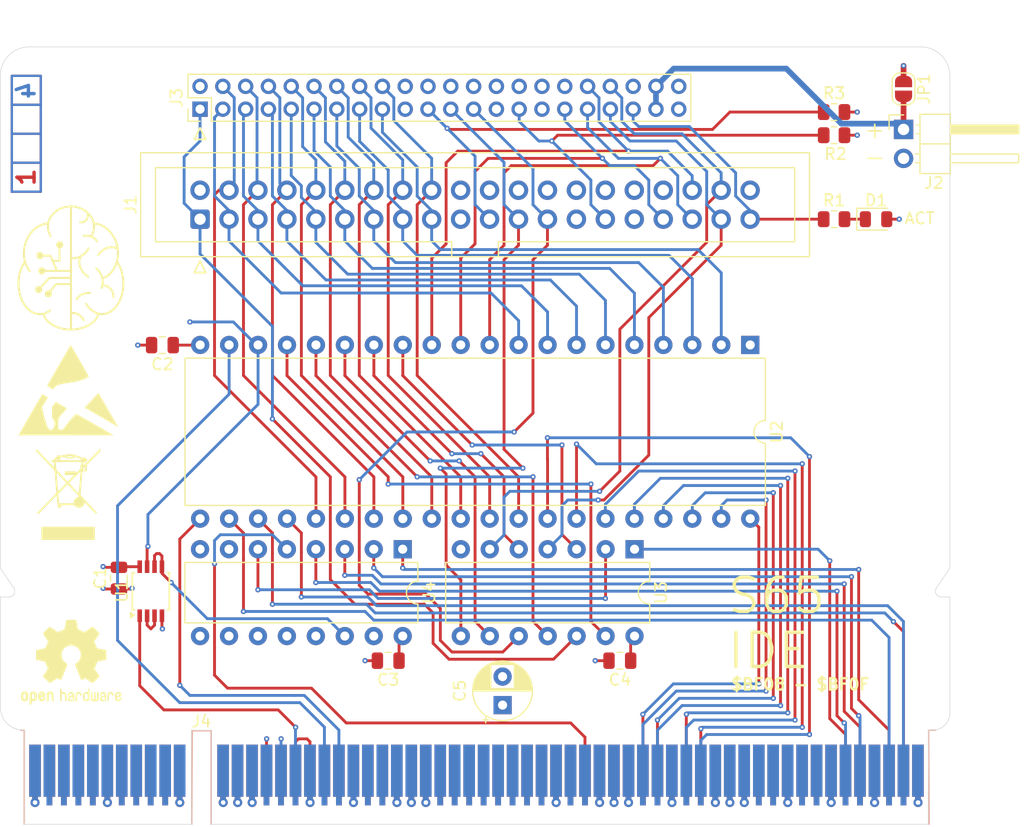
<source format=kicad_pcb>
(kicad_pcb (version 20240108) (generator "pcbnew") (generator_version "8.0")
  (layers (0 "F.Cu" signal) (1 "In1.Cu" power) (2 "In2.Cu" power) (31 "B.Cu" signal) (34 "B.Paste" user) (35 "F.Paste" user) (36 "B.SilkS" user "B.Silkscreen") (37 "F.SilkS" user "F.Silkscreen") (38 "B.Mask" user) (39 "F.Mask" user) (44 "Edge.Cuts" user))
  (net 0 "")
  (net 1 "+5V")
  (net 2 "GND")
  (net 3 "Net-(U1-Pad5)")
  (net 4 "/PB0")
  (net 5 "/DA2")
  (net 6 "/PA6")
  (net 7 "/DIOW")
  (net 8 "/PB5")
  (net 9 "/PA4")
  (net 10 "/PA7")
  (net 11 "/PA5")
  (net 12 "/PB6")
  (net 13 "unconnected-(U1-Pad7)")
  (net 14 "/PA3")
  (net 15 "/DMARQ")
  (net 16 "/DA1")
  (net 17 "/PA1")
  (net 18 "/PB3")
  (net 19 "/DIOR")
  (net 20 "/PB1")
  (net 21 "/DCS0")
  (net 22 "/PA2")
  (net 23 "/PA0")
  (net 24 "/PB2")
  (net 25 "/DCS1")
  (net 26 "/DA0")
  (net 27 "/DRESET")
  (net 28 "/PB7")
  (net 29 "/ACT")
  (net 30 "/DMACK")
  (net 31 "/PB4")
  (net 32 "/IDEVCC")
  (net 33 "/~{RES}")
  (net 34 "/D1")
  (net 35 "/R{slash}~{W}")
  (net 36 "/D7")
  (net 37 "/D6")
  (net 38 "/A2")
  (net 39 "/D5")
  (net 40 "/A3")
  (net 41 "/D4")
  (net 42 "+9V")
  (net 43 "/A6")
  (net 44 "/A0")
  (net 45 "/D0")
  (net 46 "/A1")
  (net 47 "/D2")
  (net 48 "/A5")
  (net 49 "/~{IO}")
  (net 50 "/A7")
  (net 51 "/A4")
  (net 52 "/CLK")
  (net 53 "/D3")
  (net 54 "/PORT_8")
  (footprint "Symbol:ESD-Logo_8.9x8mm_SilkScreen" (layer "F.Cu") (at 118.11 88.9)
    (property "Reference" "REF**" (hide yes))
    (property "Value" "ESD-Logo_8.9x8mm_SilkScreen" (hide yes))
  )
  (footprint "LED_SMD:LED_0805_2012Metric" (layer "F.Cu") (at 188.976 73.914)
    (property "Reference" "D1")
    (property "Value" "LED")
  )
  (footprint "Symbol:OSHW-Logo2_9.8x8mm_SilkScreen" (layer "F.Cu") (at 118.364 112.776)
    (property "Reference" "REF**" (hide yes))
    (property "Value" "OSHW-Logo2_9.8x8mm_SilkScreen" (hide yes))
  )
  (footprint "Package_DIP:DIP-16_W7.62mm" (layer "F.Cu") (at 147.447 102.87 -90)
    (property "Reference" "U4")
    (property "Value" "74HC138")
  )
  (footprint "Resistor_SMD:R_0805_2012Metric" (layer "F.Cu") (at 185.293 66.548)
    (property "Reference" "R2")
    (property "Value" "10k")
  )
  (footprint "Connector_IDC:IDC-Header_2x20_P2.54mm_Vertical" (layer "F.Cu") (at 129.667 73.914 90)
    (property "Reference" "J1")
    (property "Value" "Conn_02x20_Odd_Even")
  )
  (footprint "Jumper:SolderJumper-2_P1.3mm_Open_RoundedPad1.0x1.5mm" (layer "F.Cu") (at 191.389 62.484 -90)
    (property "Reference" "JP1")
    (property "Value" "Jumper_2_Open")
  )
  (footprint "Package_DIP:DIP-40_W15.24mm" (layer "F.Cu") (at 177.937 84.948 -90)
    (property "Reference" "U2")
    (property "Value" "6525")
  )
  (footprint "Resistor_SMD:R_0805_2012Metric" (layer "F.Cu") (at 185.293 64.516)
    (property "Reference" "R3")
    (property "Value" "10k")
  )
  (footprint "Resistor_SMD:R_0805_2012Metric" (layer "F.Cu") (at 185.293 73.914)
    (property "Reference" "R1")
    (property "Value" "330")
  )
  (footprint "Eigene:ladder_4" (layer "F.Cu") (at 114.427 66.421 90)
    (property "Reference" "Ref**" (hide yes))
    (property "Value" "Val**" (hide yes))
  )
  (footprint "Connector_PinHeader_2.00mm:PinHeader_2x22_P2.00mm_Vertical" (layer "F.Cu") (at 129.667 64.262 90)
    (property "Reference" "J3")
    (property "Value" "Conn_02x22_Odd_Even")
  )
  (footprint "Capacitor_THT:CP_Radial_D5.0mm_P2.50mm" (layer "F.Cu") (at 156.21 116.546 90)
    (property "Reference" "C5")
    (property "Value" "10µ")
  )
  (footprint "Capacitor_SMD:C_0805_2012Metric" (layer "F.Cu") (at 122.555 105.41 -90)
    (property "Reference" "C1")
    (property "Value" "100n")
  )
  (footprint "Package_SO:TSSOP-8_3x3mm_P0.65mm" (layer "F.Cu") (at 125.349 106.553 90)
    (property "Reference" "U1")
    (property "Value" "74AHC2G00")
  )
  (footprint "Package_DIP:DIP-14_W7.62mm" (layer "F.Cu") (at 167.787 102.87 -90)
    (property "Reference" "U3")
    (property "Value" "74HCT04")
  )
  (footprint "Capacitor_SMD:C_0805_2012Metric" (layer "F.Cu") (at 126.365 84.963 180)
    (property "Reference" "C2")
    (property "Value" "100n")
  )
  (footprint "Eigene:logo" (layer "F.Cu") (at 118.364 78.232)
    (property "Reference" "G***" (hide yes))
    (property "Value" "LOGO" (hide yes))
  )
  (footprint "Connector_PinHeader_2.54mm:PinHeader_1x02_P2.54mm_Horizontal" (layer "F.Cu") (at 191.389 66.04)
    (property "Reference" "J2")
    (property "Value" "IDE_VCC")
  )
  (footprint "Symbol:WEEE-Logo_5.6x8mm_SilkScreen" (layer "F.Cu") (at 118.11 98.044)
    (property "Reference" "REF**" (hide yes))
    (property "Value" "WEEE-Logo_5.6x8mm_SilkScreen" (hide yes))
  )
  (footprint "Capacitor_SMD:C_0805_2012Metric" (layer "F.Cu") (at 166.497 112.649 180)
    (property "Reference" "C4")
    (property "Value" "100n")
  )
  (footprint "Capacitor_SMD:C_0805_2012Metric" (layer "F.Cu") (at 146.177 112.649 180)
    (property "Reference" "C3")
    (property "Value" "100n")
  )
  (footprint "Connector_PCBEdge:BUS_PCI" (layer "B.Cu") (at 153.919 123.631 180)
    (property "Reference" "J4")
    (property "Value" "Bus_PCI_6502")
  )
  (gr_line (start 129.667 65.913) (end 130.167 66.913) (stroke (width 0.15)) (layer "F.SilkS"))
  (gr_line (start 129.167 66.913) (end 129.667 65.913) (stroke (width 0.15)) (layer "F.SilkS"))
  (gr_line (start 129.167 78.594) (end 129.667 77.594) (stroke (width 0.15)) (layer "F.SilkS"))
  (gr_line (start 129.667 77.594) (end 130.167 78.594) (stroke (width 0.15)) (layer "F.SilkS"))
  (gr_line (start 129.167 66.913) (end 130.167 66.913) (stroke (width 0.15)) (layer "F.SilkS"))
  (gr_line (start 129.167 78.594) (end 130.167 78.594) (stroke (width 0.15)) (layer "F.SilkS"))
  (gr_line (start 112.141 104.521) (end 113.357369 106.325815) (stroke (width 0.05)) (layer "Edge.Cuts"))
  (gr_arc (start 192.913 58.801) (mid 194.7091 59.544928) (end 195.453 61.341) (stroke (width 0.05)) (layer "Edge.Cuts"))
  (gr_line (start 195.453 107.061) (end 194.691 107.061) (stroke (width 0.05)) (layer "Edge.Cuts"))
  (gr_line (start 112.141 104.521) (end 112.141 61.341) (stroke (width 0.05)) (layer "Edge.Cuts"))
  (gr_line (start 194.236631 106.325815) (end 195.453 104.521) (stroke (width 0.05)) (layer "Edge.Cuts"))
  (gr_line (start 195.453 104.521) (end 195.453 61.341) (stroke (width 0.05)) (layer "Edge.Cuts"))
  (gr_arc (start 113.357369 106.325815) (mid 113.335131 106.820071) (end 112.903 107.061) (stroke (width 0.05)) (layer "Edge.Cuts"))
  (gr_line (start 112.903 107.061) (end 112.141 107.061) (stroke (width 0.05)) (layer "Edge.Cuts"))
  (gr_line (start 130.683 118.745) (end 130.683 127) (stroke (width 0.05)) (layer "Edge.Cuts"))
  (gr_line (start 193.548 127) (end 193.548 118.745) (stroke (width 0.05)) (layer "Edge.Cuts"))
  (gr_line (start 130.683 127) (end 193.548 127) (stroke (width 0.05)) (layer "Edge.Cuts"))
  (gr_arc (start 195.453 117.221) (mid 195.006645 118.298645) (end 193.929 118.745) (stroke (width 0.05)) (layer "Edge.Cuts"))
  (gr_arc (start 194.691 107.061) (mid 194.258941 106.820064) (end 194.236631 106.325815) (stroke (width 0.05)) (layer "Edge.Cuts"))
  (gr_line (start 114.681 58.801) (end 192.913 58.801) (stroke (width 0.05)) (layer "Edge.Cuts"))
  (gr_line (start 114.3 118.745) (end 114.3 127) (stroke (width 0.05)) (layer "Edge.Cuts"))
  (gr_line (start 114.3 127) (end 128.905 127) (stroke (width 0.05)) (layer "Edge.Cuts"))
  (gr_arc (start 112.141 61.341) (mid 112.884949 59.544949) (end 114.681 58.801) (stroke (width 0.05)) (layer "Edge.Cuts"))
  (gr_arc (start 114.173 118.745) (mid 112.736158 118.149841) (end 112.141 116.713) (stroke (width 0.05)) (layer "Edge.Cuts"))
  (gr_line (start 128.905 127) (end 128.905 118.745) (stroke (width 0.05)) (layer "Edge.Cuts"))
  (gr_line (start 114.173 118.745) (end 114.3 118.745) (stroke (width 0.05)) (layer "Edge.Cuts"))
  (gr_line (start 195.453 107.061) (end 195.453 117.221) (stroke (width 0.05)) (layer "Edge.Cuts"))
  (gr_line (start 112.141 116.713) (end 112.141 107.061) (stroke (width 0.05)) (layer "Edge.Cuts"))
  (gr_line (start 128.905 118.745) (end 130.683 118.745) (stroke (width 0.05)) (layer "Edge.Cuts"))
  (gr_line (start 193.548 118.745) (end 193.929 118.745) (stroke (width 0.05)) (layer "Edge.Cuts"))
  (gr_text "S65\nIDE" (at 175.768 113.538 0) (layer "F.SilkS") (effects (font (size 3 3) (thickness 0.3)) (justify left bottom)))
  (gr_text "ACT" (at 191.389 74.422 0) (layer "F.SilkS") (effects (font (size 1 1)) (justify left bottom)))
  (gr_text "+\n-" (at 187.833 69.342 0) (layer "F.SilkS") (effects (font (size 1.5 1.5)) (justify left bottom)))
  (gr_text "$BF08 - $BF0F" (at 176.149 115.316 0) (layer "F.SilkS") (effects (font (size 1 1) (thickness 0.2) (bold yes)) (justify left bottom)))
  (segment (start 142.367 87.63) (end 142.377 87.62) (width 0.25) (layer "F.Cu") (net 0))
  (segment (start 163.957 97.155) (end 163.957 109.2) (width 0.25) (layer "F.Cu") (net 0))
  (segment (start 158.877 96.52) (end 158.877 109.2) (width 0.25) (layer "F.Cu") (net 0))
  (segment (start 142.377 87.62) (end 142.377 84.948) (width 0.25) (layer "F.Cu") (net 0))
  (segment (start 156.337 96.52) (end 156.337 101.58) (width 0.25) (layer "F.Cu") (net 0))
  (segment (start 146.177 96.52) (end 137.287 87.63) (width 0.25) (layer "F.Cu") (net 0))
  (segment (start 161.417 101.58) (end 162.707 102.87) (width 0.25) (layer "F.Cu") (net 0))
  (segment (start 156.337 101.58) (end 157.627 102.87) (width 0.25) (layer "F.Cu") (net 0))
  (segment (start 163.957 109.2) (end 165.247 110.49) (width 0.25) (layer "F.Cu") (net 0))
  (segment (start 165.247 107.168) (end 165.227 107.188) (width 0.25) (layer "F.Cu") (net 0))
  (segment (start 134.747 106.426) (end 134.747 102.87) (width 0.25) (layer "F.Cu") (net 0))
  (segment (start 137.287 87.63) (end 137.297 87.62) (width 0.25) (layer "F.Cu") (net 0))
  (segment (start 144.917 87.62) (end 144.917 84.948) (width 0.25) (layer "F.Cu") (net 0))
  (segment (start 147.447 87.63) (end 147.457 87.62) (width 0.25) (layer "F.Cu") (net 0))
  (segment (start 147.457 87.62) (end 147.457 84.948) (width 0.25) (layer "F.Cu") (net 0))
  (segment (start 153.797 96.52) (end 153.797 109.2) (width 0.25) (layer "F.Cu") (net 0))
  (segment (start 153.797 109.2) (end 155.087 110.49) (width 0.25) (layer "F.Cu") (net 0))
  (segment (start 153.543 93.726) (end 147.447 87.63) (width 0.25) (layer "F.Cu") (net 0))
  (segment (start 137.297 87.62) (end 137.297 84.948) (width 0.25) (layer "F.Cu") (net 0))
  (segment (start 139.837 87.62) (end 139.837 84.948) (width 0.25) (layer "F.Cu") (net 0))
  (segment (start 151.765 94.488) (end 144.907 87.63) (width 0.25) (layer "F.Cu") (net 0))
  (segment (start 154.305 94.488) (end 156.337 96.52) (width 0.25) (layer "F.Cu") (net 0))
  (segment (start 148.717 96.52) (end 139.827 87.63) (width 0.25) (layer "F.Cu") (net 0))
  (segment (start 149.86 95.123) (end 142.367 87.63) (width 0.25) (layer "F.Cu") (net 0))
  (segment (start 139.827 87.63) (end 139.837 87.62) (width 0.25) (layer "F.Cu") (net 0))
  (segment (start 161.417 93.726) (end 161.417 101.58) (width 0.25) (layer "F.Cu") (net 0))
  (segment (start 144.907 87.63) (end 144.917 87.62) (width 0.25) (layer "F.Cu") (net 0))
  (segment (start 146.177 97.155) (end 146.177 96.52) (width 0.25) (layer "F.Cu") (net 0))
  (segment (start 186.2055 73.914) (end 188.0385 73.914) (width 0.25) (layer "F.Cu") (net 0))
  (segment (start 158.877 109.2) (end 160.167 110.49) (width 0.25) (layer "F.Cu") (net 0))
  (segment (start 165.247 102.87) (end 165.247 107.168) (width 0.25) (layer "F.Cu") (net 0))
  (segment (start 152.4 95.123) (end 153.797 96.52) (width 0.25) (layer "F.Cu") (net 0))
  (via (at 146.177 97.155) (size 0.46) (drill 0.2) (layers "F.Cu" "B.Cu") (net 0))
  (via (at 154.305 94.488) (size 0.46) (drill 0.2) (layers "F.Cu" "B.Cu") (net 0))
  (via (at 149.86 95.123) (size 0.46) (drill 0.2) (layers "F.Cu" "B.Cu") (net 0))
  (via (at 153.543 93.726) (size 0.46) (drill 0.2) (layers "F.Cu" "B.Cu") (net 0))
  (via (at 134.747 106.426) (size 0.46) (drill 0.2) (layers "F.Cu" "B.Cu") (net 0))
  (via (at 161.417 93.726) (size 0.46) (drill 0.2) (layers "F.Cu" "B.Cu") (net 0))
  (via (at 163.957 97.155) (size 0.46) (drill 0.2) (layers "F.Cu" "B.Cu") (net 0))
  (via (at 165.227 107.188) (size 0.46) (drill 0.2) (layers "F.Cu" "B.Cu") (net 0))
  (via (at 158.877 96.52) (size 0.46) (drill 0.2) (layers "F.Cu" "B.Cu") (net 0))
  (via (at 152.4 95.123) (size 0.46) (drill 0.2) (layers "F.Cu" "B.Cu") (net 0))
  (via (at 148.717 96.52) (size 0.46) (drill 0.2) (layers "F.Cu" "B.Cu") (net 0))
  (via (at 151.765 94.488) (size 0.46) (drill 0.2) (layers "F.Cu" "B.Cu") (net 0))
  (segment (start 141.732 106.426) (end 134.747 106.426) (width 0.25) (layer "B.Cu") (net 0))
  (segment (start 144.7165 106.6165) (end 144.526 106.426) (width 0.25) (layer "B.Cu") (net 0))
  (segment (start 144.653 106.553) (end 144.7165 106.6165) (width 0.25) (layer "B.Cu") (net 0))
  (segment (start 147.066 107.188) (end 145.288 107.188) (width 0.25) (layer "B.Cu") (net 0))
  (segment (start 165.227 107.188) (end 147.066 107.188) (width 0.25) (layer "B.Cu") (net 0))
  (segment (start 151.765 94.488) (end 154.305 94.488) (width 0.25) (layer "B.Cu") (net 0))
  (segment (start 144.526 106.426) (end 141.732 106.426) (width 0.25) (layer "B.Cu") (net 0))
  (segment (start 145.288 107.188) (end 144.653 106.553) (width 0.25) (layer "B.Cu") (net 0))
  (segment (start 149.86 95.123) (end 152.4 95.123) (width 0.25) (layer "B.Cu") (net 0))
  (segment (start 163.957 97.155) (end 146.177 97.155) (width 0.25) (layer "B.Cu") (net 0))
  (segment (start 153.543 93.726) (end 161.417 93.726) (width 0.25) (layer "B.Cu") (net 0))
  (segment (start 158.877 96.52) (end 148.717 96.52) (width 0.25) (layer "B.Cu") (net 0))
  (segment (start 147.127 110.81) (end 147.447 110.49) (width 0.25) (layer "F.Cu") (net 1))
  (segment (start 189.9135 73.914) (end 191.008 73.914) (width 0.25) (layer "F.Cu") (net 1))
  (segment (start 147.127 112.649) (end 147.127 110.81) (width 0.25) (layer "F.Cu") (net 1))
  (segment (start 167.447 112.649) (end 167.447 110.83) (width 0.25) (layer "F.Cu") (net 1))
  (segment (start 122.555 104.46) (end 121.224 104.46) (width 0.25) (layer "F.Cu") (net 1))
  (segment (start 127.315 84.963) (end 129.662 84.963) (width 0.25) (layer "F.Cu") (net 1))
  (segment (start 129.662 84.963) (end 129.677 84.948) (width 0.25) (layer "F.Cu") (net 1))
  (segment (start 124.374 104.403) (end 122.612 104.403) (width 0.25) (layer "F.Cu") (net 1))
  (segment (start 121.224 104.46) (end 121.158 104.394) (width 0.25) (layer "F.Cu") (net 1))
  (segment (start 122.612 104.403) (end 122.555 104.46) (width 0.25) (layer "F.Cu") (net 1))
  (segment (start 186.2055 66.548) (end 187.325 66.548) (width 0.25) (layer "F.Cu") (net 1))
  (segment (start 191.389 61.834) (end 191.389 60.452) (width 0.5) (layer "F.Cu") (net 1))
  (segment (start 167.447 110.83) (end 167.787 110.49) (width 0.25) (layer "F.Cu") (net 1))
  (via (at 176.149 125.095) (size 0.8) (drill 0.4) (layers "F.Cu" "B.Cu") (net 1))
  (via (at 191.389 60.452) (size 0.46) (drill 0.2) (layers "F.Cu" "B.Cu") (net 1))
  (via (at 191.008 73.914) (size 0.46) (drill 0.2) (layers "F.Cu" "B.Cu") (net 1))
  (via (at 187.325 66.548) (size 0.46) (drill 0.2) (layers "F.Cu" "B.Cu") (net 1))
  (via (at 148.209 125.095) (size 0.8) (drill 0.4) (layers "F.Cu" "B.Cu") (net 1))
  (via (at 121.158 104.394) (size 0.46) (drill 0.2) (layers "F.Cu" "B.Cu") (net 1))
  (via (at 134.239 125.095) (size 0.8) (drill 0.4) (layers "F.Cu" "B.Cu") (net 1))
  (via (at 165.989 125.095) (size 0.8) (drill 0.4) (layers "F.Cu" "B.Cu") (net 1))
  (segment (start 122.555 106.36) (end 121.219 106.36) (width 0.25) (layer "F.Cu") (net 2))
  (segment (start 139.309 119.761) (end 139.309 122.301) (width 0.25) (layer "F.Cu") (net 2))
  (segment (start 125.415 84.963) (end 124.206 84.963) (width 0.25) (layer "F.Cu") (net 2))
  (segment (start 165.547 112.649) (end 164.338 112.649) (width 0.25) (layer "F.Cu") (net 2))
  (segment (start 138.039 122.301) (end 138.039 119.771) (width 0.25) (layer "F.Cu") (net 2))
  (segment (start 122.555 106.36) (end 123.637 106.36) (width 0.25) (layer "F.Cu") (net 2))
  (segment (start 186.2055 64.516) (end 187.325 64.516) (width 0.25) (layer "F.Cu") (net 2))
  (segment (start 138.039 119.771) (end 138.303 119.507) (width 0.25) (layer "F.Cu") (net 2))
  (segment (start 139.055 119.507) (end 139.309 119.761) (width 0.25) (layer "F.Cu") (net 2))
  (segment (start 145.227 112.649) (end 144.145 112.649) (width 0.25) (layer "F.Cu") (net 2))
  (segment (start 135.499 122.301) (end 135.499 119.517) (width 0.25) (layer "F.Cu") (net 2))
  (segment (start 138.303 119.507) (end 139.055 119.507) (width 0.25) (layer "F.Cu") (net 2))
  (segment (start 135.499 119.517) (end 135.509 119.507) (width 0.25) (layer "F.Cu") (net 2))
  (segment (start 126.324 108.703) (end 126.324 109.814) (width 0.25) (layer "F.Cu") (net 2))
  (segment (start 123.637 106.36) (end 123.698 106.299) (width 0.25) (layer "F.Cu") (net 2))
  (segment (start 121.219 106.36) (end 121.158 106.299) (width 0.25) (layer "F.Cu") (net 2))
  (segment (start 126.324 109.814) (end 126.365 109.855) (width 0.25) (layer "F.Cu") (net 2))
  (via (at 185.039 125.095) (size 0.8) (drill 0.4) (layers "F.Cu" "B.Cu") (net 2))
  (via (at 164.338 112.649) (size 0.46) (drill 0.2) (layers "F.Cu" "B.Cu") (net 2))
  (via (at 115.189 125.095) (size 0.8) (drill 0.4) (layers "F.Cu" "B.Cu") (net 2))
  (via (at 164.719 125.095) (size 0.8) (drill 0.4) (layers "F.Cu" "B.Cu") (net 2))
  (via (at 127.889 125.095) (size 0.8) (drill 0.4) (layers "F.Cu" "B.Cu") (net 2))
  (via (at 149.479 125.095) (size 0.8) (drill 0.4) (layers "F.Cu" "B.Cu") (net 2))
  (via (at 146.939 125.095) (size 0.8) (drill 0.4) (layers "F.Cu" "B.Cu") (net 2))
  (via (at 135.509 119.507) (size 0.46) (drill 0.2) (layers "F.Cu" "B.Cu") (net 2))
  (via (at 144.145 112.649) (size 0.46) (drill 0.2) (layers "F.Cu" "B.Cu") (net 2))
  (via (at 121.158 106.299) (size 0.46) (drill 0.2) (layers "F.Cu" "B.Cu") (net 2))
  (via (at 124.206 84.963) (size 0.46) (drill 0.2) (layers "F.Cu" "B.Cu") (net 2))
  (via (at 188.849 125.095) (size 0.8) (drill 0.4) (layers "F.Cu" "B.Cu") (net 2))
  (via (at 187.325 64.516) (size 0.46) (drill 0.2) (layers "F.Cu" "B.Cu") (net 2))
  (via (at 192.659 125.095) (size 0.8) (drill 0.4) (layers "F.Cu" "B.Cu") (net 2))
  (via (at 174.879 125.095) (size 0.8) (drill 0.4) (layers "F.Cu" "B.Cu") (net 2))
  (via (at 126.365 109.855) (size 0.46) (drill 0.2) (layers "F.Cu" "B.Cu") (net 2))
  (via (at 181.229 125.095) (size 0.8) (drill 0.4) (layers "F.Cu" "B.Cu") (net 2))
  (via (at 121.539 125.095) (size 0.8) (drill 0.4) (layers "F.Cu" "B.Cu") (net 2))
  (via (at 143.129 125.095) (size 0.8) (drill 0.4) (layers "F.Cu" "B.Cu") (net 2))
  (via (at 136.779 119.507) (size 0.46) (drill 0.2) (layers "F.Cu" "B.Cu") (net 2))
  (via (at 132.969 125.095) (size 0.8) (drill 0.4) (layers "F.Cu" "B.Cu") (net 2))
  (via (at 160.909 125.095) (size 0.8) (drill 0.4) (layers "F.Cu" "B.Cu") (net 2))
  (via (at 171.069 125.095) (size 0.8) (drill 0.4) (layers "F.Cu" "B.Cu") (net 2))
  (via (at 139.319 125.095) (size 0.8) (drill 0.4) (layers "F.Cu" "B.Cu") (net 2))
  (via (at 177.419 125.095) (size 0.8) (drill 0.4) (layers "F.Cu" "B.Cu") (net 2))
  (via (at 123.698 106.299) (size 0.46) (drill 0.2) (layers "F.Cu" "B.Cu") (net 2))
  (via (at 167.259 125.095) (size 0.8) (drill 0.4) (layers "F.Cu" "B.Cu") (net 2))
  (segment (start 136.769 119.517) (end 136.779 119.507) (width 0.25) (layer "B.Cu") (net 2))
  (segment (start 136.769 122.301) (end 136.769 119.517) (width 0.25) (layer "B.Cu") (net 2))
  (segment (start 126.324 104.988) (end 127.127 105.791) (width 0.25) (layer "F.Cu") (net 3))
  (segment (start 125.857 103.251) (end 126.111 103.251) (width 0.25) (layer "F.Cu") (net 3))
  (segment (start 125.674 103.434) (end 125.857 103.251) (width 0.25) (layer "F.Cu") (net 3))
  (segment (start 125.674 104.403) (end 125.674 103.434) (width 0.25) (layer "F.Cu") (net 3))
  (segment (start 126.324 103.464) (end 126.324 104.403) (width 0.25) (layer "F.Cu") (net 3))
  (segment (start 126.111 103.251) (end 126.324 103.464) (width 0.25) (layer "F.Cu") (net 3))
  (segment (start 126.324 104.403) (end 126.324 104.988) (width 0.25) (layer "F.Cu") (net 3))
  (via (at 127.127 105.791) (size 0.46) (drill 0.2) (layers "F.Cu" "B.Cu") (net 3))
  (segment (start 142.367 110.49) (end 140.843 108.966) (width 0.25) (layer "B.Cu") (net 3))
  (segment (start 127.127 105.791) (end 130.302 108.966) (width 0.25) (layer "B.Cu") (net 3))
  (segment (start 130.302 108.966) (end 140.843 108.966) (width 0.25) (layer "B.Cu") (net 3))
  (segment (start 139.837 96.53) (end 139.837 100.188) (width 0.25) (layer "F.Cu") (net 4))
  (segment (start 132.207 71.374) (end 131.328701 71.374) (width 0.25) (layer "F.Cu") (net 4))
  (segment (start 130.937 87.63) (end 139.837 96.53) (width 0.25) (layer "F.Cu") (net 4))
  (segment (start 130.937 71.765701) (end 130.937 87.63) (width 0.25) (layer "F.Cu") (net 4))
  (segment (start 131.328701 71.374) (end 130.937 71.765701) (width 0.25) (layer "F.Cu") (net 4))
  (segment (start 131.667 62.262) (end 132.667 63.262) (width 0.25) (layer "B.Cu") (net 4))
  (segment (start 132.667 63.262) (end 132.667 70.914) (width 0.25) (layer "B.Cu") (net 4))
  (segment (start 132.667 70.914) (end 132.207 71.374) (width 0.25) (layer "B.Cu") (net 4))
  (segment (start 149.997 84.948) (end 149.997 77.333) (width 0.25) (layer "F.Cu") (net 5))
  (segment (start 151.257 68.961) (end 152.273 67.945) (width 0.25) (layer "F.Cu") (net 5))
  (segment (start 151.257 76.073) (end 151.257 68.961) (width 0.25) (layer "F.Cu") (net 5))
  (segment (start 152.273 67.945) (end 167.259 67.945) (width 0.25) (layer "F.Cu") (net 5))
  (segment (start 149.997 77.333) (end 151.257 76.073) (width 0.25) (layer "F.Cu") (net 5))
  (via (at 167.259 67.945) (size 0.46) (drill 0.2) (layers "F.Cu" "B.Cu") (net 5))
  (segment (start 167.259 67.945) (end 170.688 67.945) (width 0.25) (layer "B.Cu") (net 5))
  (segment (start 172.847 70.104) (end 172.847 71.374) (width 0.25) (layer "B.Cu") (net 5))
  (segment (start 164.667 63.262) (end 164.667 65.353) (width 0.25) (layer "B.Cu") (net 5))
  (segment (start 170.688 67.945) (end 172.847 70.104) (width 0.25) (layer "B.Cu") (net 5))
  (segment (start 164.667 65.353) (end 167.259 67.945) (width 0.25) (layer "B.Cu") (net 5))
  (segment (start 163.667 62.262) (end 164.667 63.262) (width 0.25) (layer "B.Cu") (net 5))
  (segment (start 133.667 64.262) (end 133.477 64.452) (width 0.25) (layer "B.Cu") (net 6))
  (segment (start 133.477 64.452) (end 133.477 71.882) (width 0.25) (layer "B.Cu") (net 6))
  (segment (start 134.747 73.152) (end 134.747 73.914) (width 0.25) (layer "B.Cu") (net 6))
  (segment (start 138.684 79.756) (end 157.861 79.756) (width 0.25) (layer "B.Cu") (net 6))
  (segment (start 134.747 73.914) (end 134.747 75.819) (width 0.25) (layer "B.Cu") (net 6))
  (segment (start 160.157 82.052) (end 160.157 84.948) (width 0.25) (layer "B.Cu") (net 6))
  (segment (start 157.861 79.756) (end 160.157 82.052) (width 0.25) (layer "B.Cu") (net 6))
  (segment (start 134.747 75.819) (end 138.684 79.756) (width 0.25) (layer "B.Cu") (net 6))
  (segment (start 133.477 71.882) (end 134.747 73.152) (width 0.25) (layer "B.Cu") (net 6))
  (segment (start 157.988 95.758) (end 156.337 94.107) (width 0.25) (layer "F.Cu") (net 7))
  (segment (start 151.257 96.266) (end 150.749 95.758) (width 0.25) (layer "F.Cu") (net 7))
  (segment (start 151.257 104.267) (end 151.257 96.266) (width 0.25) (layer "F.Cu") (net 7))
  (segment (start 156.337 77.47) (end 157.607 76.2) (width 0.25) (layer "F.Cu") (net 7))
  (segment (start 152.547 105.557) (end 151.257 104.267) (width 0.25) (layer "F.Cu") (net 7))
  (segment (start 152.547 110.49) (end 152.547 105.557) (width 0.25) (layer "F.Cu") (net 7))
  (segment (start 157.607 76.2) (end 157.607 73.914) (width 0.25) (layer "F.Cu") (net 7))
  (segment (start 156.337 94.107) (end 156.337 77.47) (width 0.25) (layer "F.Cu") (net 7))
  (via (at 150.749 95.758) (size 0.46) (drill 0.2) (layers "F.Cu" "B.Cu") (net 7))
  (via (at 157.988 95.758) (size 0.46) (drill 0.2) (layers "F.Cu" "B.Cu") (net 7))
  (segment (start 150.749 95.758) (end 157.988 95.758) (width 0.25) (layer "B.Cu") (net 7))
  (segment (start 151.667 64.262) (end 156.337 68.932) (width 0.25) (layer "B.Cu") (net 7))
  (segment (start 156.337 68.932) (end 156.337 72.644) (width 0.25) (layer "B.Cu") (net 7))
  (segment (start 156.337 72.644) (end 157.607 73.914) (width 0.25) (layer "B.Cu") (net 7))
  (segment (start 144.907 71.374) (end 143.637 72.644) (width 0.25) (layer "F.Cu") (net 8))
  (segment (start 143.637 87.63) (end 152.537 96.53) (width 0.25) (layer "F.Cu") (net 8))
  (segment (start 143.637 72.644) (end 143.637 87.63) (width 0.25) (layer "F.Cu") (net 8))
  (segment (start 152.537 96.53) (end 152.537 100.188) (width 0.25) (layer "F.Cu") (net 8))
  (segment (start 141.667 62.262) (end 142.667 63.262) (width 0.25) (layer "B.Cu") (net 8))
  (segment (start 142.667 66.721) (end 144.907 68.961) (width 0.25) (layer "B.Cu") (net 8))
  (segment (start 144.907 68.961) (end 144.907 71.374) (width 0.25) (layer "B.Cu") (net 8))
  (segment (start 142.667 63.262) (end 142.667 66.721) (width 0.25) (layer "B.Cu") (net 8))
  (segment (start 138.557 72.009) (end 139.827 73.279) (width 0.25) (layer "B.Cu") (net 9))
  (segment (start 137.667 64.262) (end 137.667 70.092299) (width 0.25) (layer "B.Cu") (net 9))
  (segment (start 142.621 78.74) (end 162.941 78.74) (width 0.25) (layer "B.Cu") (net 9))
  (segment (start 165.227 81.026) (end 165.227 81.28) (width 0.25) (layer "B.Cu") (net 9))
  (segment (start 137.667 70.092299) (end 138.557 70.982299) (width 0.25) (layer "B.Cu") (net 9))
  (segment (start 165.227 81.28) (end 165.237 81.29) (width 0.25) (layer "B.Cu") (net 9))
  (segment (start 139.827 73.914) (end 139.827 75.946) (width 0.25) (layer "B.Cu") (net 9))
  (segment (start 165.237 81.29) (end 165.237 84.948) (width 0.25) (layer "B.Cu") (net 9))
  (segment (start 139.827 75.946) (end 142.621 78.74) (width 0.25) (layer "B.Cu") (net 9))
  (segment (start 139.827 73.279) (end 139.827 73.914) (width 0.25) (layer "B.Cu") (net 9))
  (segment (start 138.557 70.982299) (end 138.557 72.009) (width 0.25) (layer "B.Cu") (net 9))
  (segment (start 162.941 78.74) (end 165.227 81.026) (width 0.25) (layer "B.Cu") (net 9))
  (segment (start 136.779 80.391) (end 155.194 80.391) (width 0.25) (layer "B.Cu") (net 10))
  (segment (start 157.617 82.814) (end 157.617 84.948) (width 0.25) (layer "B.Cu") (net 10))
  (segment (start 130.937 71.882) (end 132.207 73.152) (width 0.25) (layer "B.Cu") (net 10))
  (segment (start 132.207 73.152) (end 132.207 73.914) (width 0.25) (layer "B.Cu") (net 10))
  (segment (start 155.194 80.391) (end 157.617 82.814) (width 0.25) (layer "B.Cu") (net 10))
  (segment (start 132.207 75.819) (end 136.779 80.391) (width 0.25) (layer "B.Cu") (net 10))
  (segment (start 130.937 64.992) (end 130.937 71.882) (width 0.25) (layer "B.Cu") (net 10))
  (segment (start 131.667 64.262) (end 130.937 64.992) (width 0.25) (layer "B.Cu") (net 10))
  (segment (start 132.207 73.914) (end 132.207 75.819) (width 0.25) (layer "B.Cu") (net 10))
  (segment (start 136.017 71.882) (end 137.287 73.152) (width 0.25) (layer "B.Cu") (net 11))
  (segment (start 136.017 64.612) (end 136.017 71.882) (width 0.25) (layer "B.Cu") (net 11))
  (segment (start 162.697 81.544) (end 162.697 84.948) (width 0.25) (layer "B.Cu") (net 11))
  (segment (start 135.667 64.262) (end 136.017 64.612) (width 0.25) (layer "B.Cu") (net 11))
  (segment (start 137.287 73.152) (end 137.287 73.914) (width 0.25) (layer "B.Cu") (net 11))
  (segment (start 137.287 75.819) (end 140.716 79.248) (width 0.25) (layer "B.Cu") (net 11))
  (segment (start 160.401 79.248) (end 162.697 81.544) (width 0.25) (layer "B.Cu") (net 11))
  (segment (start 140.716 79.248) (end 160.401 79.248) (width 0.25) (layer "B.Cu") (net 11))
  (segment (start 137.287 73.914) (end 137.287 75.819) (width 0.25) (layer "B.Cu") (net 11))
  (segment (start 146.177 87.63) (end 155.077 96.53) (width 0.25) (layer "F.Cu") (net 12))
  (segment (start 146.177 72.644) (end 146.177 87.63) (width 0.25) (layer "F.Cu") (net 12))
  (segment (start 155.077 96.53) (end 155.077 100.188) (width 0.25) (layer "F.Cu") (net 12))
  (segment (start 147.447 71.374) (end 146.177 72.644) (width 0.25) (layer "F.Cu") (net 12))
  (segment (start 144.667 63.262) (end 144.667 65.927) (width 0.25) (layer "B.Cu") (net 12))
  (segment (start 144.667 65.927) (end 147.447 68.707) (width 0.25) (layer "B.Cu") (net 12))
  (segment (start 147.447 68.707) (end 147.447 71.374) (width 0.25) (layer "B.Cu") (net 12))
  (segment (start 143.667 62.262) (end 144.667 63.262) (width 0.25) (layer "B.Cu") (net 12))
  (segment (start 125.024 104.403) (end 125.024 102.687) (width 0.25) (layer "F.Cu") (net 13))
  (segment (start 125.024 102.687) (end 125.095 102.616) (width 0.25) (layer "F.Cu") (net 13))
  (via (at 128.778 82.931) (size 0.46) (drill 0.2) (layers "F.Cu" "B.Cu") (net 13))
  (via (at 125.095 102.616) (size 0.46) (drill 0.2) (layers "F.Cu" "B.Cu") (net 13))
  (segment (start 125.095 99.822) (end 134.757 90.16) (width 0.25) (layer "B.Cu") (net 13))
  (segment (start 134.757 90.16) (end 134.757 84.948) (width 0.25) (layer "B.Cu") (net 13))
  (segment (start 125.095 102.616) (end 125.095 99.822) (width 0.25) (layer "B.Cu") (net 13))
  (segment (start 134.605 84.948) (end 134.757 84.948) (width 0.25) (layer "B.Cu") (net 13))
  (segment (start 128.778 82.931) (end 132.588 82.931) (width 0.25) (layer "B.Cu") (net 13))
  (segment (start 132.588 82.931) (end 134.605 84.948) (width 0.25) (layer "B.Cu") (net 13))
  (segment (start 139.667 67.910604) (end 141.097 69.340604) (width 0.25) (layer "B.Cu") (net 14))
  (segment (start 142.367 75.819) (end 144.78 78.232) (width 0.25) (layer "B.Cu") (net 14))
  (segment (start 141.097 69.340604) (end 141.097 71.882) (width 0.25) (layer "B.Cu") (net 14))
  (segment (start 139.667 64.262) (end 139.667 67.910604) (width 0.25) (layer "B.Cu") (net 14))
  (segment (start 141.097 71.882) (end 142.367 73.152) (width 0.25) (layer "B.Cu") (net 14))
  (segment (start 144.78 78.232) (end 165.608 78.232) (width 0.25) (layer "B.Cu") (net 14))
  (segment (start 165.608 78.232) (end 167.777 80.401) (width 0.25) (layer "B.Cu") (net 14))
  (segment (start 142.367 73.152) (end 142.367 73.914) (width 0.25) (layer "B.Cu") (net 14))
  (segment (start 167.777 80.401) (end 167.777 84.948) (width 0.25) (layer "B.Cu") (net 14))
  (segment (start 142.367 73.914) (end 142.367 75.819) (width 0.25) (layer "B.Cu") (net 14))
  (segment (start 151.445 66.04) (end 174.625 66.04) (width 0.25) (layer "F.Cu") (net 15))
  (segment (start 174.625 66.04) (end 176.149 64.516) (width 0.25) (layer "F.Cu") (net 15))
  (segment (start 151.351 65.946) (end 151.445 66.04) (width 0.25) (layer "F.Cu") (net 15))
  (segment (start 176.149 64.516) (end 184.3805 64.516) (width 0.25) (layer "F.Cu") (net 15))
  (via (at 151.351 65.946) (size 0.46) (drill 0.2) (layers "F.Cu" "B.Cu") (net 15))
  (segment (start 149.667 64.262) (end 151.351 65.946) (width 0.25) (layer "B.Cu") (net 15))
  (segment (start 153.797 72.644) (end 155.067 73.914) (width 0.25) (layer "B.Cu") (net 15))
  (segment (start 151.351 65.946) (end 153.797 68.392) (width 0.25) (layer "B.Cu") (net 15))
  (segment (start 153.797 68.392) (end 153.797 72.644) (width 0.25) (layer "B.Cu") (net 15))
  (segment (start 153.797 76.073) (end 153.797 69.723) (width 0.25) (layer "F.Cu") (net 16))
  (segment (start 152.537 84.948) (end 152.537 77.333) (width 0.25) (layer "F.Cu") (net 16))
  (segment (start 152.537 77.333) (end 153.797 76.073) (width 0.25) (layer "F.Cu") (net 16))
  (segment (start 154.94 68.58) (end 164.973 68.58) (width 0.25) (layer "F.Cu") (net 16))
  (segment (start 153.797 69.723) (end 154.94 68.58) (width 0.25) (layer "F.Cu") (net 16))
  (via (at 164.973 68.58) (size 0.46) (drill 0.2) (layers "F.Cu" "B.Cu") (net 16))
  (segment (start 169.037 70.485) (end 169.037 72.644) (width 0.25) (layer "B.Cu") (net 16))
  (segment (start 167.767 69.215) (end 169.037 70.485) (width 0.25) (layer "B.Cu") (net 16))
  (segment (start 165.608 69.215) (end 167.767 69.215) (width 0.25) (layer "B.Cu") (net 16))
  (segment (start 169.037 72.644) (end 170.307 73.914) (width 0.25) (layer "B.Cu") (net 16))
  (segment (start 161.667 65.274) (end 164.973 68.58) (width 0.25) (layer "B.Cu") (net 16))
  (segment (start 161.667 64.262) (end 161.667 65.274) (width 0.25) (layer "B.Cu") (net 16))
  (segment (start 164.973 68.58) (end 165.608 69.215) (width 0.25) (layer "B.Cu") (net 16))
  (segment (start 170.815 77.089) (end 172.857 79.131) (width 0.25) (layer "B.Cu") (net 17))
  (segment (start 143.667 64.262) (end 143.667 67.084604) (width 0.25) (layer "B.Cu") (net 17))
  (segment (start 147.447 73.914) (end 147.447 75.819) (width 0.25) (layer "B.Cu") (net 17))
  (segment (start 146.177 69.594604) (end 146.177 71.882) (width 0.25) (layer "B.Cu") (net 17))
  (segment (start 172.857 79.131) (end 172.857 84.948) (width 0.25) (layer "B.Cu") (net 17))
  (segment (start 147.447 75.819) (end 148.717 77.089) (width 0.25) (layer "B.Cu") (net 17))
  (segment (start 143.667 67.084604) (end 146.177 69.594604) (width 0.25) (layer "B.Cu") (net 17))
  (segment (start 148.717 77.089) (end 170.815 77.089) (width 0.25) (layer "B.Cu") (net 17))
  (segment (start 147.447 73.152) (end 147.447 73.914) (width 0.25) (layer "B.Cu") (net 17))
  (segment (start 146.177 71.882) (end 147.447 73.152) (width 0.25) (layer "B.Cu") (net 17))
  (segment (start 139.827 71.374) (end 138.557 72.644) (width 0.25) (layer "F.Cu") (net 18))
  (segment (start 138.557 87.63) (end 147.457 96.53) (width 0.25) (layer "F.Cu") (net 18))
  (segment (start 147.457 96.53) (end 147.457 100.188) (width 0.25) (layer "F.Cu") (net 18))
  (segment (start 138.557 72.644) (end 138.557 87.63) (width 0.25) (layer "F.Cu") (net 18))
  (segment (start 138.667 63.262) (end 138.667 67.547) (width 0.25) (layer "B.Cu") (net 18))
  (segment (start 139.827 68.707) (end 139.827 71.374) (width 0.25) (layer "B.Cu") (net 18))
  (segment (start 137.667 62.262) (end 138.667 63.262) (width 0.25) (layer "B.Cu") (net 18))
  (segment (start 138.667 67.547) (end 139.827 68.707) (width 0.25) (layer "B.Cu") (net 18))
  (segment (start 157.627 110.49) (end 156.23 111.887) (width 0.25) (layer "F.Cu") (net 19))
  (segment (start 157.226 92.583) (end 158.877 90.932) (width 0.25) (layer "F.Cu") (net 19))
  (segment (start 160.147 76.2) (end 160.147 73.914) (width 0.25) (layer "F.Cu") (net 19))
  (segment (start 150.749 108.077) (end 149.479 106.807) (width 0.25) (layer "F.Cu") (net 19))
  (segment (start 156.23 111.887) (end 151.765 111.887) (width 0.25) (layer "F.Cu") (net 19))
  (segment (start 158.877 90.932) (end 158.877 77.47) (width 0.25) (layer "F.Cu") (net 19))
  (segment (start 149.479 106.807) (end 144.399 106.807) (width 0.25) (layer "F.Cu") (net 19))
  (segment (start 144.399 106.807) (end 143.637 106.045) (width 0.25) (layer "F.Cu") (net 19))
  (segment (start 150.749 110.871) (end 150.749 108.077) (width 0.25) (layer "F.Cu") (net 19))
  (segment (start 151.765 111.887) (end 150.749 110.871) (width 0.25) (layer "F.Cu") (net 19))
  (segment (start 158.877 77.47) (end 160.147 76.2) (width 0.25) (layer "F.Cu") (net 19))
  (segment (start 143.637 106.045) (end 143.637 96.774) (width 0.25) (layer "F.Cu") (net 19))
  (via (at 143.637 96.774) (size 0.46) (drill 0.2) (layers "F.Cu" "B.Cu") (net 19))
  (via (at 157.226 92.583) (size 0.46) (drill 0.2) (layers "F.Cu" "B.Cu") (net 19))
  (segment (start 154.305 92.583) (end 157.226 92.583) (width 0.25) (layer "B.Cu") (net 19))
  (segment (start 158.877 72.644) (end 160.147 73.914) (width 0.25) (layer "B.Cu") (net 19))
  (segment (start 158.877 69.472) (end 158.877 72.644) (width 0.25) (layer "B.Cu") (net 19))
  (segment (start 147.828 92.583) (end 154.305 92.583) (width 0.25) (layer "B.Cu") (net 19))
  (segment (start 153.667 64.262) (end 158.877 69.472) (width 0.25) (layer "B.Cu") (net 19))
  (segment (start 143.637 96.774) (end 147.828 92.583) (width 0.25) (layer "B.Cu") (net 19))
  (segment (start 133.477 87.63) (end 142.377 96.53) (width 0.25) (layer "F.Cu") (net 20))
  (segment (start 142.377 96.53) (end 142.377 100.188) (width 0.25) (layer "F.Cu") (net 20))
  (segment (start 134.747 71.374) (end 133.477 72.644) (width 0.25) (layer "F.Cu") (net 20))
  (segment (start 133.477 72.644) (end 133.477 87.63) (width 0.25) (layer "F.Cu") (net 20))
  (segment (start 134.667 71.294) (end 134.747 71.374) (width 0.25) (layer "B.Cu") (net 20))
  (segment (start 134.667 63.262) (end 134.667 71.294) (width 0.25) (layer "B.Cu") (net 20))
  (segment (start 133.667 62.262) (end 134.667 63.262) (width 0.25) (layer "B.Cu") (net 20))
  (segment (start 175.387 76.2) (end 175.387 73.914) (width 0.25) (layer "F.Cu") (net 21))
  (segment (start 169.037 94.615) (end 169.037 82.55) (width 0.25) (layer "F.Cu") (net 21))
  (segment (start 164.592 98.552) (end 165.1 98.552) (width 0.25) (layer "F.Cu") (net 21))
  (segment (start 165.1 98.552) (end 169.037 94.615) (width 0.25) (layer "F.Cu") (net 21))
  (segment (start 169.037 82.55) (end 175.387 76.2) (width 0.25) (layer "F.Cu") (net 21))
  (via (at 164.592 98.552) (size 0.46) (drill 0.2) (layers "F.Cu" "B.Cu") (net 21))
  (segment (start 167.386 67.056) (end 171.45 67.056) (width 0.25) (layer "B.Cu") (net 21))
  (segment (start 161.417 100.203) (end 161.417 99.06) (width 0.25) (layer "B.Cu") (net 21))
  (segment (start 165.667 65.337) (end 167.386 67.056) (width 0.25) (layer "B.Cu") (net 21))
  (segment (start 161.417 101.62) (end 161.417 100.203) (width 0.25) (layer "B.Cu") (net 21))
  (segment (start 161.925 98.552) (end 164.592 98.552) (width 0.25) (layer "B.Cu") (net 21))
  (segment (start 161.417 99.06) (end 161.925 98.552) (width 0.25) (layer "B.Cu") (net 21))
  (segment (start 174.117 72.644) (end 175.387 73.914) (width 0.25) (layer "B.Cu") (net 21))
  (segment (start 171.45 67.056) (end 174.117 69.723) (width 0.25) (layer "B.Cu") (net 21))
  (segment (start 165.667 64.262) (end 165.667 65.337) (width 0.25) (layer "B.Cu") (net 21))
  (segment (start 174.117 69.723) (end 174.117 72.644) (width 0.25) (layer "B.Cu") (net 21))
  (segment (start 160.167 102.87) (end 161.417 101.62) (width 0.25) (layer "B.Cu") (net 21))
  (segment (start 141.667 67.497604) (end 143.637 69.467604) (width 0.25) (layer "B.Cu") (net 22))
  (segment (start 170.317 79.893) (end 170.317 84.948) (width 0.25) (layer "B.Cu") (net 22))
  (segment (start 144.907 73.914) (end 144.907 75.819) (width 0.25) (layer "B.Cu") (net 22))
  (segment (start 146.812 77.724) (end 168.148 77.724) (width 0.25) (layer "B.Cu") (net 22))
  (segment (start 143.637 71.882) (end 144.907 73.152) (width 0.25) (layer "B.Cu") (net 22))
  (segment (start 144.907 75.819) (end 146.812 77.724) (width 0.25) (layer "B.Cu") (net 22))
  (segment (start 143.637 69.467604) (end 143.637 71.882) (width 0.25) (layer "B.Cu") (net 22))
  (segment (start 144.907 73.152) (end 144.907 73.914) (width 0.25) (layer "B.Cu") (net 22))
  (segment (start 168.148 77.724) (end 170.317 79.893) (width 0.25) (layer "B.Cu") (net 22))
  (segment (start 141.667 64.262) (end 141.667 67.497604) (width 0.25) (layer "B.Cu") (net 22))
  (segment (start 149.987 73.914) (end 149.987 75.819) (width 0.25) (layer "B.Cu") (net 23))
  (segment (start 148.717 71.882) (end 149.987 73.152) (width 0.25) (layer "B.Cu") (net 23))
  (segment (start 150.749 76.581) (end 173.355 76.581) (width 0.25) (layer "B.Cu") (net 23))
  (segment (start 145.667 64.262) (end 145.667 66.290604) (width 0.25) (layer "B.Cu") (net 23))
  (segment (start 149.987 75.819) (end 150.749 76.581) (width 0.25) (layer "B.Cu") (net 23))
  (segment (start 145.667 66.290604) (end 148.717 69.340604) (width 0.25) (layer "B.Cu") (net 23))
  (segment (start 173.355 76.581) (end 175.397 78.623) (width 0.25) (layer "B.Cu") (net 23))
  (segment (start 149.987 73.152) (end 149.987 73.914) (width 0.25) (layer "B.Cu") (net 23))
  (segment (start 175.397 78.623) (end 175.397 84.948) (width 0.25) (layer "B.Cu") (net 23))
  (segment (start 148.717 69.340604) (end 148.717 71.882) (width 0.25) (layer "B.Cu") (net 23))
  (segment (start 144.917 96.53) (end 144.917 100.188) (width 0.25) (layer "F.Cu") (net 24))
  (segment (start 136.017 72.644) (end 136.017 87.63) (width 0.25) (layer "F.Cu") (net 24))
  (segment (start 136.017 87.63) (end 144.917 96.53) (width 0.25) (layer "F.Cu") (net 24))
  (segment (start 137.287 71.374) (end 136.017 72.644) (width 0.25) (layer "F.Cu") (net 24))
  (segment (start 136.667 63.262) (end 136.667 70.754) (width 0.25) (layer "B.Cu") (net 24))
  (segment (start 135.667 62.262) (end 136.667 63.262) (width 0.25) (layer "B.Cu") (net 24))
  (segment (start 136.667 70.754) (end 137.287 71.374) (width 0.25) (layer "B.Cu") (net 24))
  (segment (start 166.497 96.012) (end 166.497 83.566) (width 0.25) (layer "F.Cu") (net 25))
  (segment (start 174.117 72.644) (end 175.387 71.374) (width 0.25) (layer "F.Cu") (net 25))
  (segment (start 174.117 75.946) (end 174.117 72.644) (width 0.25) (layer "F.Cu") (net 25))
  (segment (start 164.719 97.79) (end 166.497 96.012) (width 0.25) (layer "F.Cu") (net 25))
  (segment (start 166.497 83.566) (end 174.117 75.946) (width 0.25) (layer "F.Cu") (net 25))
  (via (at 164.719 97.79) (size 0.46) (drill 0.2) (layers "F.Cu" "B.Cu") (net 25))
  (segment (start 167.767 66.421) (end 171.958 66.421) (width 0.25) (layer "B.Cu") (net 25))
  (segment (start 165.667 62.262) (end 166.667 63.262) (width 0.25) (layer "B.Cu") (net 25))
  (segment (start 155.087 102.87) (end 156.337 101.62) (width 0.25) (layer "B.Cu") (net 25))
  (segment (start 156.337 98.298) (end 156.845 97.79) (width 0.25) (layer "B.Cu") (net 25))
  (segment (start 156.845 97.79) (end 164.719 97.79) (width 0.25) (layer "B.Cu") (net 25))
  (segment (start 156.337 101.62) (end 156.337 100.457) (width 0.25) (layer "B.Cu") (net 25))
  (segment (start 166.667 65.321) (end 167.767 66.421) (width 0.25) (layer "B.Cu") (net 25))
  (segment (start 166.667 63.262) (end 166.667 65.321) (width 0.25) (layer "B.Cu") (net 25))
  (segment (start 175.387 69.85) (end 175.387 71.374) (width 0.25) (layer "B.Cu") (net 25))
  (segment (start 156.337 100.457) (end 156.337 98.298) (width 0.25) (layer "B.Cu") (net 25))
  (segment (start 171.958 66.421) (end 175.387 69.85) (width 0.25) (layer "B.Cu") (net 25))
  (segment (start 155.077 77.46) (end 156.337 76.2) (width 0.25) (layer "F.Cu") (net 26))
  (segment (start 156.337 69.85) (end 156.972 69.215) (width 0.25) (layer "F.Cu") (net 26))
  (segment (start 169.418 69.215) (end 170.053 68.58) (width 0.25) (layer "F.Cu") (net 26))
  (segment (start 156.972 69.215) (end 169.418 69.215) (width 0.25) (layer "F.Cu") (net 26))
  (segment (start 155.077 84.948) (end 155.077 77.46) (width 0.25) (layer "F.Cu") (net 26))
  (segment (start 156.337 76.2) (end 156.337 69.85) (width 0.25) (layer "F.Cu") (net 26))
  (via (at 170.053 68.58) (size 0.46) (drill 0.2) (layers "F.Cu" "B.Cu") (net 26))
  (segment (start 170.053 68.58) (end 171.577 70.104) (width 0.25) (layer "B.Cu") (net 26))
  (segment (start 166.37 68.58) (end 170.053 68.58) (width 0.25) (layer "B.Cu") (net 26))
  (segment (start 163.667 65.877) (end 166.37 68.58) (width 0.25) (layer "B.Cu") (net 26))
  (segment (start 171.577 72.644) (end 172.847 73.914) (width 0.25) (layer "B.Cu") (net 26))
  (segment (start 171.577 70.104) (end 171.577 72.644) (width 0.25) (layer "B.Cu") (net 26))
  (segment (start 163.667 64.262) (end 163.667 65.877) (width 0.25) (layer "B.Cu") (net 26))
  (segment (start 141.097 105.537) (end 141.097 96.52) (width 0.25) (layer "F.Cu") (net 27))
  (segment (start 162.707 110.49) (end 160.675 112.522) (width 0.25) (layer "F.Cu") (net 27))
  (segment (start 150.114 108.458) (end 149.352 107.696) (width 0.25) (layer "F.Cu") (net 27))
  (segment (start 160.675 112.522) (end 154.559 112.522) (width 0.25) (layer "F.Cu") (net 27))
  (segment (start 151.511 112.522) (end 150.241 111.252) (width 0.25) (layer "F.Cu") (net 27))
  (segment (start 150.114 111.125) (end 150.114 109.474) (width 0.25) (layer "F.Cu") (net 27))
  (segment (start 143.256 107.696) (end 141.097 105.537) (width 0.25) (layer "F.Cu") (net 27))
  (segment (start 154.559 112.522) (end 151.511 112.522) (width 0.25) (layer "F.Cu") (net 27))
  (segment (start 140.335 95.758) (end 136.017 91.44) (width 0.25) (layer "F.Cu") (net 27))
  (segment (start 141.097 96.52) (end 140.335 95.758) (width 0.25) (layer "F.Cu") (net 27))
  (segment (start 150.114 109.474) (end 150.114 108.458) (width 0.25) (layer "F.Cu") (net 27))
  (segment (start 149.352 107.696) (end 144.78 107.696) (width 0.25) (layer "F.Cu") (net 27))
  (segment (start 144.78 107.696) (end 143.256 107.696) (width 0.25) (layer "F.Cu") (net 27))
  (segment (start 150.241 111.252) (end 150.114 111.125) (width 0.25) (layer "F.Cu") (net 27))
  (via (at 136.017 91.44) (size 0.46) (drill 0.2) (layers "F.Cu" "B.Cu") (net 27))
  (segment (start 129.667 67.056) (end 128.27 68.453) (width 0.25) (layer "B.Cu") (net 27))
  (segment (start 136.017 91.44) (end 136.017 83.312) (width 0.25) (layer "B.Cu") (net 27))
  (segment (start 128.27 72.517) (end 129.667 73.914) (width 0.25) (layer "B.Cu") (net 27))
  (segment (start 129.667 64.262) (end 129.667 67.056) (width 0.25) (layer "B.Cu") (net 27))
  (segment (start 128.27 68.453) (end 128.27 72.517) (width 0.25) (layer "B.Cu") (net 27))
  (segment (start 129.667 76.962) (end 129.667 73.914) (width 0.25) (layer "B.Cu") (net 27))
  (segment (start 136.017 83.312) (end 129.667 76.962) (width 0.25) (layer "B.Cu") (net 27))
  (segment (start 157.617 96.53) (end 157.617 100.188) (width 0.25) (layer "F.Cu") (net 28))
  (segment (start 148.717 87.63) (end 157.617 96.53) (width 0.25) (layer "F.Cu") (net 28))
  (segment (start 149.987 71.374) (end 148.717 72.644) (width 0.25) (layer "F.Cu") (net 28))
  (segment (start 148.717 72.644) (end 148.717 87.63) (width 0.25) (layer "F.Cu") (net 28))
  (segment (start 146.667 65.26) (end 149.987 68.58) (width 0.25) (layer "B.Cu") (net 28))
  (segment (start 149.987 68.58) (end 149.987 71.374) (width 0.25) (layer "B.Cu") (net 28))
  (segment (start 145.667 62.262) (end 146.667 63.262) (width 0.25) (layer "B.Cu") (net 28))
  (segment (start 146.667 63.262) (end 146.667 65.26) (width 0.25) (layer "B.Cu") (net 28))
  (segment (start 184.3805 73.914) (end 177.927 73.914) (width 0.25) (layer "F.Cu") (net 29))
  (segment (start 168.148 65.786) (end 172.593 65.786) (width 0.25) (layer "B.Cu") (net 29))
  (segment (start 176.657 71.882) (end 177.927 73.152) (width 0.25) (layer "B.Cu") (net 29))
  (segment (start 176.657 69.85) (end 176.657 71.882) (width 0.25) (layer "B.Cu") (net 29))
  (segment (start 167.667 64.262) (end 167.667 65.305) (width 0.25) (layer "B.Cu") (net 29))
  (segment (start 167.667 65.305) (end 168.148 65.786) (width 0.25) (layer "B.Cu") (net 29))
  (segment (start 172.593 65.786) (end 176.657 69.85) (width 0.25) (layer "B.Cu") (net 29))
  (segment (start 177.927 73.152) (end 177.927 73.914) (width 0.25) (layer "B.Cu") (net 29))
  (segment (start 161.036 66.548) (end 184.3805 66.548) (width 0.25) (layer "F.Cu") (net 30))
  (segment (start 160.528 67.056) (end 161.036 66.548) (width 0.25) (layer "F.Cu") (net 30))
  (via (at 160.528 67.056) (size 0.46) (drill 0.2) (layers "F.Cu" "B.Cu") (net 30))
  (segment (start 160.528 67.056) (end 163.957 70.485) (width 0.25) (layer "B.Cu") (net 30))
  (segment (start 157.667 65.338) (end 157.667 64.262) (width 0.25) (layer "B.Cu") (net 30))
  (segment (start 163.957 70.485) (end 163.957 72.644) (width 0.25) (layer "B.Cu") (net 30))
  (segment (start 160.528 67.056) (end 159.385 67.056) (width 0.25) (layer "B.Cu") (net 30))
  (segment (start 163.957 72.644) (end 165.227 73.914) (width 0.25) (layer "B.Cu") (net 30))
  (segment (start 159.385 67.056) (end 157.667 65.338) (width 0.25) (layer "B.Cu") (net 30))
  (segment (start 149.997 96.53) (end 149.997 100.188) (width 0.25) (layer "F.Cu") (net 31))
  (segment (start 141.097 72.644) (end 141.097 87.63) (width 0.25) (layer "F.Cu") (net 31))
  (segment (start 141.097 87.63) (end 149.997 96.53) (width 0.25) (layer "F.Cu") (net 31))
  (segment (start 142.367 71.374) (end 141.097 72.644) (width 0.25) (layer "F.Cu") (net 31))
  (segment (start 140.667 67.134) (end 142.367 68.834) (width 0.25) (layer "B.Cu") (net 31))
  (segment (start 140.667 63.262) (end 140.667 67.134) (width 0.25) (layer "B.Cu") (net 31))
  (segment (start 142.367 68.834) (end 142.367 71.374) (width 0.25) (layer "B.Cu") (net 31))
  (segment (start 139.667 62.262) (end 140.667 63.262) (width 0.25) (layer "B.Cu") (net 31))
  (segment (start 191.389 63.134) (end 191.389 66.04) (width 0.5) (layer "F.Cu") (net 32))
  (segment (start 185.928 65.532) (end 190.881 65.532) (width 0.5) (layer "B.Cu") (net 32))
  (segment (start 169.667 64.262) (end 169.667 62.262) (width 0.5) (layer "B.Cu") (net 32))
  (segment (start 190.881 65.532) (end 191.389 66.04) (width 0.5) (layer "B.Cu") (net 32))
  (segment (start 181.102 60.706) (end 185.928 65.532) (width 0.5) (layer "B.Cu") (net 32))
  (segment (start 169.667 62.262) (end 171.223 60.706) (width 0.5) (layer "B.Cu") (net 32))
  (segment (start 171.223 60.706) (end 181.102 60.706) (width 0.5) (layer "B.Cu") (net 32))
  (segment (start 127.889 101.976) (end 129.677 100.188) (width 0.25) (layer "F.Cu") (net 33))
  (segment (start 127.889 114.808) (end 127.889 101.976) (width 0.25) (layer "F.Cu") (net 33))
  (via (at 127.889 114.808) (size 0.46) (drill 0.2) (layers "F.Cu" "B.Cu") (net 33))
  (segment (start 141.849 122.301) (end 141.849 118.735) (width 0.25) (layer "B.Cu") (net 33))
  (segment (start 140.081 116.967) (end 138.811 115.697) (width 0.25) (layer "B.Cu") (net 33))
  (segment (start 128.778 115.697) (end 127.889 114.808) (width 0.25) (layer "B.Cu") (net 33))
  (segment (start 138.811 115.697) (end 137.922 115.697) (width 0.25) (layer "B.Cu") (net 33))
  (segment (start 141.849 118.735) (end 140.081 116.967) (width 0.25) (layer "B.Cu") (net 33))
  (segment (start 137.922 115.697) (end 128.778 115.697) (width 0.25) (layer "B.Cu") (net 33))
  (segment (start 173.609 118.618) (end 173.599 118.628) (width 0.25) (layer "F.Cu") (net 34))
  (segment (start 182.499 118.491) (end 182.499 95.377) (width 0.25) (layer "F.Cu") (net 34))
  (segment (start 162.697 93.646) (end 162.697 100.188) (width 0.25) (layer "F.Cu") (net 34))
  (segment (start 173.599 118.628) (end 173.599 122.301) (width 0.25) (layer "F.Cu") (net 34))
  (via (at 182.499 95.377) (size 0.46) (drill 0.2) (layers "F.Cu" "B.Cu") (net 34))
  (via (at 182.499 118.491) (size 0.46) (drill 0.2) (layers "F.Cu" "B.Cu") (net 34))
  (via (at 173.609 118.618) (size 0.46) (drill 0.2) (layers "F.Cu" "B.Cu") (net 34))
  (via (at 162.697 93.646) (size 0.46) (drill 0.2) (layers "F.Cu" "B.Cu") (net 34))
  (segment (start 164.428 95.377) (end 182.499 95.377) (width 0.25) (layer "B.Cu") (net 34))
  (segment (start 173.736 118.491) (end 182.499 118.491) (width 0.25) (layer "B.Cu") (net 34))
  (segment (start 162.697 93.646) (end 164.428 95.377) (width 0.25) (layer "B.Cu") (net 34))
  (segment (start 173.609 118.618) (end 173.736 118.491) (width 0.25) (layer "B.Cu") (net 34))
  (segment (start 138.43 116.332) (end 140.579 118.481) (width 0.25) (layer "B.Cu") (net 35))
  (segment (start 127.889 116.332) (end 138.43 116.332) (width 0.25) (layer "B.Cu") (net 35))
  (segment (start 122.428 110.871) (end 127.889 116.332) (width 0.25) (layer "B.Cu") (net 35))
  (segment (start 140.579 118.481) (end 140.579 122.301) (width 0.25) (layer "B.Cu") (net 35))
  (segment (start 132.217 84.948) (end 132.217 89.271) (width 0.25) (layer "B.Cu") (net 35))
  (segment (start 122.428 99.06) (end 122.428 110.871) (width 0.25) (layer "B.Cu") (net 35))
  (segment (start 132.217 89.271) (end 122.428 99.06) (width 0.25) (layer "B.Cu") (net 35))
  (segment (start 168.519 117.358) (end 168.519 122.301) (width 0.25) (layer "F.Cu") (net 36))
  (segment (start 178.689 114.681) (end 178.689 100.94) (width 0.25) (layer "F.Cu") (net 36))
  (segment (start 178.689 100.94) (end 177.937 100.188) (width 0.25) (layer "F.Cu") (net 36))
  (via (at 178.689 114.681) (size 0.46) (drill 0.2) (layers "F.Cu" "B.Cu") (net 36))
  (via (at 168.519 117.358) (size 0.46) (drill 0.2) (layers "F.Cu" "B.Cu") (net 36))
  (segment (start 178.689 114.681) (end 171.196 114.681) (width 0.25) (layer "B.Cu") (net 36))
  (segment (start 171.196 114.681) (end 168.519 117.358) (width 0.25) (layer "B.Cu") (net 36))
  (segment (start 179.324 115.316) (end 179.324 98.552) (width 0.25) (layer "F.Cu") (net 37))
  (via (at 179.324 115.316) (size 0.46) (drill 0.2) (layers "F.Cu" "B.Cu") (net 37))
  (via (at 179.324 98.552) (size 0.46) (drill 0.2) (layers "F.Cu" "B.Cu") (net 37))
  (segment (start 175.397 99.05) (end 175.397 100.188) (width 0.25) (layer "B.Cu") (net 37))
  (segment (start 168.519 118.247) (end 168.519 122.301) (width 0.25) (layer "B.Cu") (net 37))
  (segment (start 171.45 115.316) (end 168.519 118.247) (width 0.25) (layer "B.Cu") (net 37))
  (segment (start 175.895 98.552) (end 175.397 99.05) (width 0.25) (layer "B.Cu") (net 37))
  (segment (start 179.324 98.552) (end 175.895 98.552) (width 0.25) (layer "B.Cu") (net 37))
  (segment (start 179.324 115.316) (end 171.45 115.316) (width 0.25) (layer "B.Cu") (net 37))
  (segment (start 133.477 103.759) (end 133.477 108.331) (width 0.25) (layer "F.Cu") (net 38))
  (segment (start 132.217 100.188) (end 133.477 101.448) (width 0.25) (layer "F.Cu") (net 38))
  (segment (start 133.477 101.448) (end 133.477 103.759) (width 0.25) (layer "F.Cu") (net 38))
  (via (at 133.477 108.331) (size 0.46) (drill 0.2) (layers "F.Cu" "B.Cu") (net 38))
  (segment (start 190.119 110.617) (end 190.119 122.301) (width 0.25) (layer "B.Cu") (net 38))
  (segment (start 133.477 108.331) (end 144.145 108.331) (width 0.25) (layer "B.Cu") (net 38))
  (segment (start 144.907 109.093) (end 188.595 109.093) (width 0.25) (layer "B.Cu") (net 38))
  (segment (start 188.595 109.093) (end 190.119 110.617) (width 0.25) (layer "B.Cu") (net 38))
  (segment (start 144.145 108.331) (end 144.907 109.093) (width 0.25) (layer "B.Cu") (net 38))
  (segment (start 179.959 115.951) (end 179.959 97.917) (width 0.25) (layer "F.Cu") (net 39))
  (segment (start 169.799 117.856) (end 169.799 122.301) (width 0.25) (layer "F.Cu") (net 39))
  (via (at 179.959 115.951) (size 0.46) (drill 0.2) (layers "F.Cu" "B.Cu") (net 39))
  (via (at 179.959 97.917) (size 0.46) (drill 0.2) (layers "F.Cu" "B.Cu") (net 39))
  (via (at 169.799 117.856) (size 0.46) (drill 0.2) (layers "F.Cu" "B.Cu") (net 39))
  (segment (start 169.799 117.856) (end 171.704 115.951) (width 0.25) (layer "B.Cu") (net 39))
  (segment (start 172.857 99.05) (end 172.857 100.188) (width 0.25) (layer "B.Cu") (net 39))
  (segment (start 171.704 115.951) (end 179.959 115.951) (width 0.25) (layer "B.Cu") (net 39))
  (segment (start 173.99 97.917) (end 172.857 99.05) (width 0.25) (layer "B.Cu") (net 39))
  (segment (start 179.959 97.917) (end 173.99 97.917) (width 0.25) (layer "B.Cu") (net 39))
  (segment (start 187.452 104.648) (end 187.452 116.078) (width 0.25) (layer "F.Cu") (net 40))
  (segment (start 187.452 116.078) (end 190.119 118.745) (width 0.25) (layer "F.Cu") (net 40))
  (segment (start 147.447 102.87) (end 147.447 104.521) (width 0.25) (layer "F.Cu") (net 40))
  (segment (start 190.119 118.745) (end 190.119 122.301) (width 0.25) (layer "F.Cu") (net 40))
  (via (at 187.452 104.648) (size 0.46) (drill 0.2) (layers "F.Cu" "B.Cu") (net 40))
  (via (at 147.447 104.521) (size 0.46) (drill 0.2) (layers "F.Cu" "B.Cu") (net 40))
  (segment (start 147.574 104.648) (end 187.452 104.648) (width 0.25) (layer "B.Cu") (net 40))
  (segment (start 147.447 104.521) (end 147.574 104.648) (width 0.25) (layer "B.Cu") (net 40))
  (segment (start 180.594 116.586) (end 180.594 97.282) (width 0.25) (layer "F.Cu") (net 41))
  (via (at 180.594 97.282) (size 0.46) (drill 0.2) (layers "F.Cu" "B.Cu") (net 41))
  (via (at 180.594 116.586) (size 0.46) (drill 0.2) (layers "F.Cu" "B.Cu") (net 41))
  (segment (start 180.594 97.282) (end 172.085 97.282) (width 0.25) (layer "B.Cu") (net 41))
  (segment (start 171.958 116.586) (end 169.799 118.745) (width 0.25) (layer "B.Cu") (net 41))
  (segment (start 170.307 99.06) (end 170.317 99.07) (width 0.25) (layer "B.Cu") (net 41))
  (segment (start 170.317 99.07) (end 170.317 100.188) (width 0.25) (layer "B.Cu") (net 41))
  (segment (start 169.799 118.745) (end 169.799 122.301) (width 0.25) (layer "B.Cu") (net 41))
  (segment (start 172.085 97.282) (end 170.307 99.06) (width 0.25) (layer "B.Cu") (net 41))
  (segment (start 180.594 116.586) (end 171.958 116.586) (width 0.25) (layer "B.Cu") (net 41))
  (via (at 131.699 125.095) (size 0.8) (drill 0.4) (layers "F.Cu" "B.Cu") (net 42))
  (segment (start 185.547 106.553) (end 185.547 117.475) (width 0.25) (layer "F.Cu") (net 43))
  (segment (start 185.547 117.475) (end 186.182 118.11) (width 0.25) (layer "F.Cu") (net 43))
  (segment (start 139.827 102.87) (end 139.827 105.791) (width 0.25) (layer "F.Cu") (net 43))
  (via (at 185.547 106.553) (size 0.46) (drill 0.2) (layers "F.Cu" "B.Cu") (net 43))
  (via (at 139.827 105.791) (size 0.46) (drill 0.2) (layers "F.Cu" "B.Cu") (net 43))
  (via (at 186.182 118.11) (size 0.46) (drill 0.2) (layers "F.Cu" "B.Cu") (net 43))
  (segment (start 186.182 118.11) (end 186.299 118.227) (width 0.25) (layer "B.Cu") (net 43))
  (segment (start 145.415 106.553) (end 144.653 105.791) (width 0.25) (layer "B.Cu") (net 43))
  (segment (start 186.299 118.227) (end 186.299 122.301) (width 0.25) (layer "B.Cu") (net 43))
  (segment (start 144.653 105.791) (end 139.827 105.791) (width 0.25) (layer "B.Cu") (net 43))
  (segment (start 185.547 106.553) (end 145.415 106.553) (width 0.25) (layer "B.Cu") (net 43))
  (segment (start 138.557 103.124) (end 138.557 107.061) (width 0.25) (layer "F.Cu") (net 44))
  (segment (start 137.297 100.188) (end 138.557 101.448) (width 0.25) (layer "F.Cu") (net 44))
  (segment (start 138.557 101.448) (end 138.557 103.124) (width 0.25) (layer "F.Cu") (net 44))
  (via (at 138.557 107.061) (size 0.46) (drill 0.2) (layers "F.Cu" "B.Cu") (net 44))
  (segment (start 189.992 107.823) (end 191.379 109.21) (width 0.25) (layer "B.Cu") (net 44))
  (segment (start 145.161 107.823) (end 189.992 107.823) (width 0.25) (layer "B.Cu") (net 44))
  (segment (start 191.379 109.21) (end 191.379 122.301) (width 0.25) (layer "B.Cu") (net 44))
  (segment (start 144.399 107.061) (end 145.161 107.823) (width 0.25) (layer "B.Cu") (net 44))
  (segment (start 138.557 107.061) (end 144.399 107.061) (width 0.25) (layer "B.Cu") (net 44))
  (segment (start 183.134 119.126) (end 183.134 94.742) (width 0.25) (layer "F.Cu") (net 45))
  (segment (start 160.157 94.986) (end 160.157 100.188) (width 0.25) (layer "F.Cu") (net 45))
  (segment (start 160.147 93.091) (end 160.147 94.976) (width 0.25) (layer "F.Cu") (net 45))
  (segment (start 160.147 94.976) (end 160.157 94.986) (width 0.25) (layer "F.Cu") (net 45))
  (via (at 160.147 93.091) (size 0.46) (drill 0.2) (layers "F.Cu" "B.Cu") (net 45))
  (via (at 183.134 119.126) (size 0.46) (drill 0.2) (layers "F.Cu" "B.Cu") (net 45))
  (via (at 183.134 94.742) (size 0.46) (drill 0.2) (layers "F.Cu" "B.Cu") (net 45))
  (segment (start 181.483 93.091) (end 183.134 94.742) (width 0.25) (layer "B.Cu") (net 45))
  (segment (start 174.117 119.126) (end 183.134 119.126) (width 0.25) (layer "B.Cu") (net 45))
  (segment (start 173.599 122.301) (end 173.599 119.644) (width 0.25) (layer "B.Cu") (net 45))
  (segment (start 173.599 119.644) (end 174.117 119.126) (width 0.25) (layer "B.Cu") (net 45))
  (segment (start 160.147 93.091) (end 181.483 93.091) (width 0.25) (layer "B.Cu") (net 45))
  (segment (start 190.5 109.22) (end 191.379 110.099) (width 0.25) (layer "F.Cu") (net 46))
  (segment (start 136.017 101.448) (end 136.017 103.251) (width 0.25) (layer "F.Cu") (net 46))
  (segment (start 134.757 100.188) (end 136.017 101.448) (width 0.25) (layer "F.Cu") (net 46))
  (segment (start 136.017 103.251) (end 136.017 107.696) (width 0.25) (layer "F.Cu") (net 46))
  (segment (start 191.379 110.099) (end 191.379 122.301) (width 0.25) (layer "F.Cu") (net 46))
  (via (at 190.5 109.22) (size 0.46) (drill 0.2) (layers "F.Cu" "B.Cu") (net 46))
  (via (at 136.017 107.696) (size 0.46) (drill 0.2) (layers "F.Cu" "B.Cu") (net 46))
  (segment (start 144.272 107.696) (end 136.017 107.696) (width 0.25) (layer "B.Cu") (net 46))
  (segment (start 190.5 109.22) (end 190.498604 109.22) (width 0.25) (layer "B.Cu") (net 46))
  (segment (start 145.034 108.458) (end 144.272 107.696) (width 0.25) (layer "B.Cu") (net 46))
  (segment (start 190.498604 109.22) (end 189.736604 108.458) (width 0.25) (layer "B.Cu") (net 46))
  (segment (start 189.736604 108.458) (end 145.034 108.458) (width 0.25) (layer "B.Cu") (net 46))
  (segment (start 181.864 117.856) (end 181.864 96.012) (width 0.25) (layer "F.Cu") (net 47))
  (segment (start 165.227 100.178) (end 165.237 100.188) (width 0.25) (layer "F.Cu") (net 47))
  (via (at 181.864 117.856) (size 0.46) (drill 0.2) (layers "F.Cu" "B.Cu") (net 47))
  (via (at 181.864 96.012) (size 0.46) (drill 0.2) (layers "F.Cu" "B.Cu") (net 47))
  (segment (start 172.329 118.501) (end 172.329 122.301) (width 0.25) (layer "B.Cu") (net 47))
  (segment (start 181.864 96.012) (end 168.148 96.012) (width 0.25) (layer "B.Cu") (net 47))
  (segment (start 168.148 96.012) (end 165.227 98.933) (width 0.25) (layer "B.Cu") (net 47))
  (segment (start 181.864 117.856) (end 172.974 117.856) (width 0.25) (layer "B.Cu") (net 47))
  (segment (start 165.227 98.933) (end 165.227 100.178) (width 0.25) (layer "B.Cu") (net 47))
  (segment (start 172.974 117.856) (end 172.329 118.501) (width 0.25) (layer "B.Cu") (net 47))
  (segment (start 186.182 117.094) (end 187.569 118.481) (width 0.25) (layer "F.Cu") (net 48))
  (segment (start 187.569 118.481) (end 187.569 122.301) (width 0.25) (layer "F.Cu") (net 48))
  (segment (start 186.182 105.918) (end 186.182 117.094) (width 0.25) (layer "F.Cu") (net 48))
  (segment (start 142.367 102.87) (end 142.367 105.156) (width 0.25) (layer "F.Cu") (net 48))
  (via (at 142.367 105.156) (size 0.46) (drill 0.2) (layers "F.Cu" "B.Cu") (net 48))
  (via (at 186.182 105.918) (size 0.46) (drill 0.2) (layers "F.Cu" "B.Cu") (net 48))
  (segment (start 144.78 105.156) (end 142.367 105.156) (width 0.25) (layer "B.Cu") (net 48))
  (segment (start 186.182 105.918) (end 145.542 105.918) (width 0.25) (layer "B.Cu") (net 48))
  (segment (start 145.542 105.918) (end 144.78 105.156) (width 0.25) (layer "B.Cu") (net 48))
  (segment (start 163.439 119.37) (end 163.439 122.301) (width 0.25) (layer "F.Cu") (net 49))
  (segment (start 130.937 113.919) (end 132.08 115.062) (width 0.25) (layer "F.Cu") (net 49))
  (segment (start 132.08 115.062) (end 139.446 115.062) (width 0.25) (layer "F.Cu") (net 49))
  (segment (start 130.937 104.14) (end 130.937 113.919) (width 0.25) (layer "F.Cu") (net 49))
  (segment (start 139.446 115.062) (end 142.494 118.11) (width 0.25) (layer "F.Cu") (net 49))
  (segment (start 142.494 118.11) (end 162.179 118.11) (width 0.25) (layer "F.Cu") (net 49))
  (segment (start 162.179 118.11) (end 163.439 119.37) (width 0.25) (layer "F.Cu") (net 49))
  (via (at 130.937 104.14) (size 0.46) (drill 0.2) (layers "F.Cu" "B.Cu") (net 49))
  (segment (start 131.445 101.6) (end 130.937 102.108) (width 0.25) (layer "B.Cu") (net 49))
  (segment (start 130.937 102.108) (end 130.937 104.14) (width 0.25) (layer "B.Cu") (net 49))
  (segment (start 137.287 102.87) (end 136.017 101.6) (width 0.25) (layer "B.Cu") (net 49))
  (segment (start 136.017 101.6) (end 133.731 101.6) (width 0.25) (layer "B.Cu") (net 49))
  (segment (start 133.731 101.6) (end 131.445 101.6) (width 0.25) (layer "B.Cu") (net 49))
  (segment (start 184.912 117.729) (end 184.912 103.886) (width 0.25) (layer "F.Cu") (net 50))
  (segment (start 186.299 119.116) (end 184.912 117.729) (width 0.25) (layer "F.Cu") (net 50))
  (segment (start 186.299 122.301) (end 186.299 119.116) (width 0.25) (layer "F.Cu") (net 50))
  (via (at 184.912 103.886) (size 0.46) (drill 0.2) (layers "F.Cu" "B.Cu") (net 50))
  (segment (start 184.912 103.886) (end 183.896 102.87) (width 0.25) (layer "B.Cu") (net 50))
  (segment (start 183.896 102.87) (end 167.787 102.87) (width 0.25) (layer "B.Cu") (net 50))
  (segment (start 186.817 116.84) (end 187.452 117.475) (width 0.25) (layer "F.Cu") (net 51))
  (segment (start 186.817 105.283) (end 186.817 116.84) (width 0.25) (layer "F.Cu") (net 51))
  (segment (start 144.907 102.87) (end 144.907 104.521) (width 0.25) (layer "F.Cu") (net 51))
  (via (at 186.817 105.283) (size 0.46) (drill 0.2) (layers "F.Cu" "B.Cu") (net 51))
  (via (at 187.452 117.475) (size 0.46) (drill 0.2) (layers "F.Cu" "B.Cu") (net 51))
  (via (at 144.907 104.521) (size 0.46) (drill 0.2) (layers "F.Cu" "B.Cu") (net 51))
  (segment (start 186.817 105.283) (end 145.669 105.283) (width 0.25) (layer "B.Cu") (net 51))
  (segment (start 187.569 117.592) (end 187.569 122.301) (width 0.25) (layer "B.Cu") (net 51))
  (segment (start 145.669 105.283) (end 144.907 104.521) (width 0.25) (layer "B.Cu") (net 51))
  (segment (start 187.452 117.475) (end 187.569 117.592) (width 0.25) (layer "B.Cu") (net 51))
  (segment (start 136.525 116.967) (end 126.492 116.967) (width 0.25) (layer "F.Cu") (net 52))
  (segment (start 138.049 118.491) (end 136.525 116.967) (width 0.25) (layer "F.Cu") (net 52))
  (segment (start 126.492 116.967) (end 124.374 114.849) (width 0.25) (layer "F.Cu") (net 52))
  (segment (start 124.374 114.849) (end 124.374 108.703) (width 0.25) (layer "F.Cu") (net 52))
  (via (at 138.049 118.491) (size 0.46) (drill 0.2) (layers "F.Cu" "B.Cu") (net 52))
  (segment (start 138.039 118.501) (end 138.049 118.491) (width 0.25) (layer "B.Cu") (net 52))
  (segment (start 138.039 122.301) (end 138.039 118.501) (width 0.25) (layer "B.Cu") (net 52))
  (segment (start 181.229 117.221) (end 181.229 96.647) (width 0.25) (layer "F.Cu") (net 53))
  (segment (start 172.339 117.348) (end 172.329 117.358) (width 0.25) (layer "F.Cu") (net 53))
  (segment (start 172.329 117.358) (end 172.329 122.301) (width 0.25) (layer "F.Cu") (net 53))
  (via (at 181.229 117.221) (size 0.46) (drill 0.2) (layers "F.Cu" "B.Cu") (net 53))
  (via (at 181.229 96.647) (size 0.46) (drill 0.2) (layers "F.Cu" "B.Cu") (net 53))
  (via (at 172.339 117.348) (size 0.46) (drill 0.2) (layers "F.Cu" "B.Cu") (net 53))
  (segment (start 172.339 117.348) (end 172.466 117.221) (width 0.25) (layer "B.Cu") (net 53))
  (segment (start 167.767 98.933) (end 167.767 99.187) (width 0.25) (layer "B.Cu") (net 53))
  (segment (start 167.777 99.197) (end 167.777 100.188) (width 0.25) (layer "B.Cu") (net 53))
  (segment (start 170.053 96.647) (end 167.767 98.933) (width 0.25) (layer "B.Cu") (net 53))
  (segment (start 167.767 99.187) (end 167.777 99.197) (width 0.25) (layer "B.Cu") (net 53))
  (segment (start 181.229 96.647) (end 170.053 96.647) (width 0.25) (layer "B.Cu") (net 53))
  (segment (start 172.466 117.221) (end 181.229 117.221) (width 0.25) (layer "B.Cu") (net 53))
  (segment (start 125.024 108.703) (end 125.024 109.53) (width 0.25) (layer "F.Cu") (net 54))
  (segment (start 125.349 109.855) (end 125.674 109.53) (width 0.25) (layer "F.Cu") (net 54))
  (segment (start 125.674 109.53) (end 125.674 108.703) (width 0.25) (layer "F.Cu") (net 54))
  (segment (start 125.024 109.53) (end 125.349 109.855) (width 0.25) (layer "F.Cu") (net 54))
)
</source>
